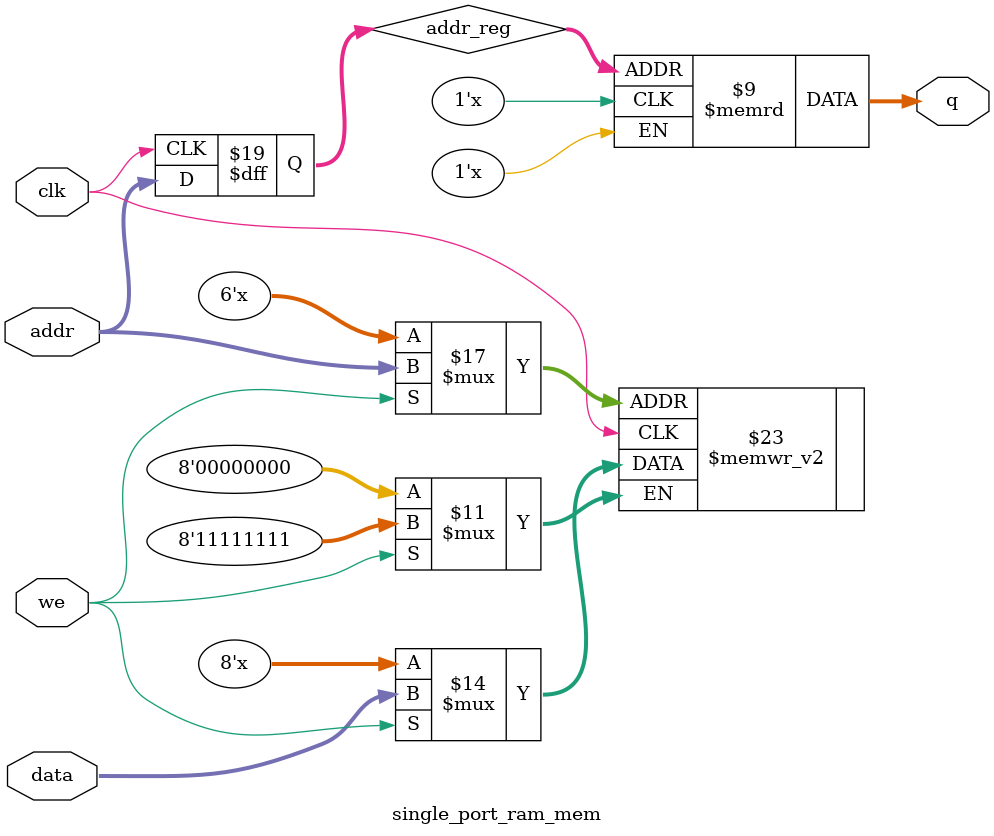
<source format=v>
module single_port_ram_mem
#(parameter DATA_WIDTH=8, parameter ADDR_WIDTH=6)
(
	input [(DATA_WIDTH-1):0] data,
	input [(ADDR_WIDTH-1):0] addr,
	input we, clk,
	output [(DATA_WIDTH-1):0] q
);

	// Declare the RAM variable
	reg [DATA_WIDTH-1:0] ram[2**ADDR_WIDTH-1:0];

	// Variable to hold the registered read address
	reg [ADDR_WIDTH-1:0] addr_reg;

	always @ (posedge clk)
	begin
		// Write
		if (we)
			ram[addr] <= data;

		addr_reg <= addr;
	end
	 
	assign q = ram[addr_reg];

endmodule

</source>
